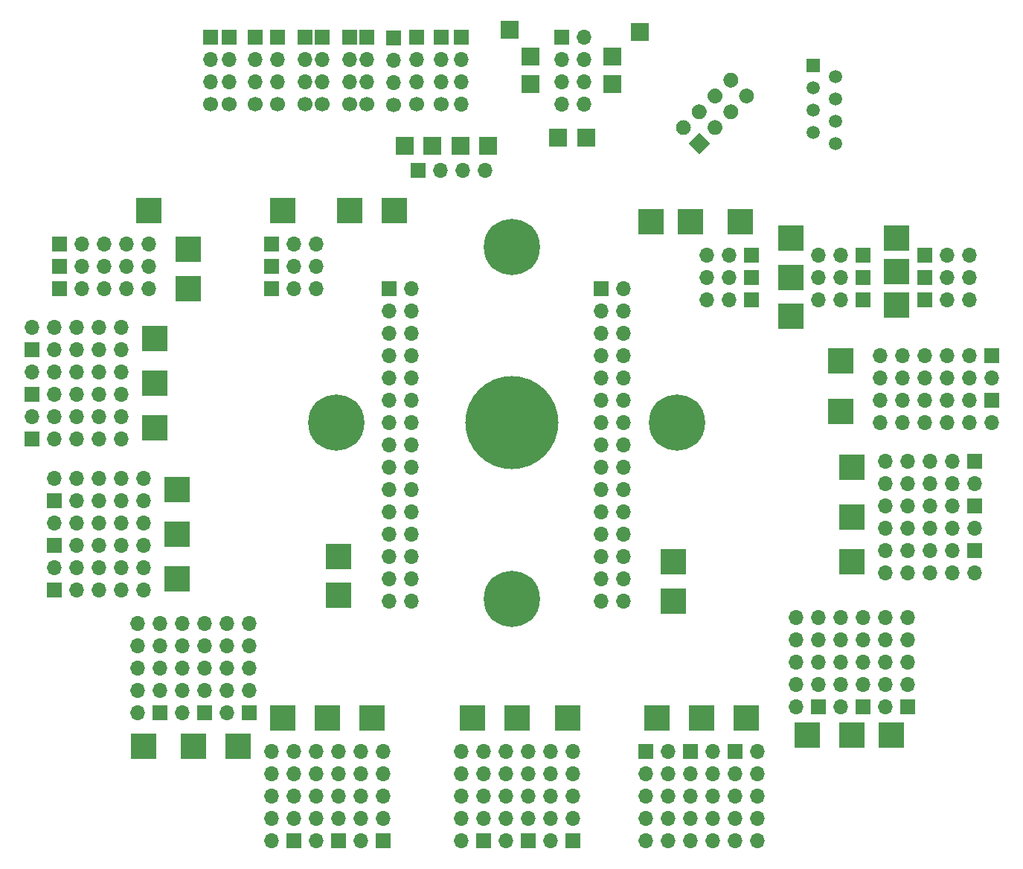
<source format=gbr>
%TF.GenerationSoftware,KiCad,Pcbnew,(5.1.9)-1*%
%TF.CreationDate,2021-04-12T23:12:51+02:00*%
%TF.ProjectId,Version1Female,56657273-696f-46e3-9146-656d616c652e,rev?*%
%TF.SameCoordinates,Original*%
%TF.FileFunction,Soldermask,Top*%
%TF.FilePolarity,Negative*%
%FSLAX46Y46*%
G04 Gerber Fmt 4.6, Leading zero omitted, Abs format (unit mm)*
G04 Created by KiCad (PCBNEW (5.1.9)-1) date 2021-04-12 23:12:51*
%MOMM*%
%LPD*%
G01*
G04 APERTURE LIST*
%ADD10R,1.700000X1.700000*%
%ADD11O,1.700000X1.700000*%
%ADD12C,1.700000*%
%ADD13C,0.100000*%
%ADD14R,3.000000X3.000000*%
%ADD15R,2.000000X2.000000*%
%ADD16C,6.400000*%
%ADD17C,1.500000*%
%ADD18R,1.500000X1.500000*%
%ADD19C,10.600000*%
G04 APERTURE END LIST*
D10*
%TO.C,J5*%
X126225000Y-47675000D03*
D11*
X126225000Y-50215000D03*
X126225000Y-52755000D03*
D12*
X126225000Y-55295000D03*
%TD*%
D10*
%TO.C,J17*%
X113030000Y-47625000D03*
D11*
X113030000Y-50165000D03*
X113030000Y-52705000D03*
D12*
X113030000Y-55245000D03*
%TD*%
D10*
%TO.C,J13*%
X121285000Y-47625000D03*
D11*
X121285000Y-50165000D03*
X121285000Y-52705000D03*
D12*
X121285000Y-55245000D03*
%TD*%
D10*
%TO.C,J11*%
X116205000Y-47625000D03*
D11*
X116205000Y-50165000D03*
X116205000Y-52705000D03*
D12*
X116205000Y-55245000D03*
%TD*%
D10*
%TO.C,J6*%
X123190000Y-47625000D03*
D11*
X123190000Y-50165000D03*
X123190000Y-52705000D03*
D12*
X123190000Y-55245000D03*
%TD*%
D10*
%TO.C,J16*%
X131690000Y-47625000D03*
D11*
X131690000Y-50165000D03*
X131690000Y-52705000D03*
D12*
X131690000Y-55245000D03*
%TD*%
D10*
%TO.C,J8*%
X105410000Y-47625000D03*
D11*
X105410000Y-50165000D03*
X105410000Y-52705000D03*
D12*
X105410000Y-55245000D03*
%TD*%
D10*
%TO.C,J14*%
X107560000Y-47625000D03*
D11*
X107560000Y-50165000D03*
X107560000Y-52705000D03*
D12*
X107560000Y-55245000D03*
%TD*%
D10*
%TO.C,J12*%
X128905000Y-47625000D03*
D11*
X128905000Y-50165000D03*
X128905000Y-52705000D03*
D12*
X128905000Y-55245000D03*
%TD*%
D10*
%TO.C,J9*%
X133985000Y-47625000D03*
D11*
X133985000Y-50165000D03*
X133985000Y-52705000D03*
X133985000Y-55245000D03*
%TD*%
D10*
%TO.C,J10*%
X110490000Y-47625000D03*
D11*
X110490000Y-50165000D03*
X110490000Y-52705000D03*
D12*
X110490000Y-55245000D03*
%TD*%
D10*
%TO.C,J4*%
X118110000Y-47625000D03*
D11*
X118110000Y-50165000D03*
X118110000Y-52705000D03*
D12*
X118110000Y-55245000D03*
%TD*%
D11*
%TO.C,J59*%
X147955000Y-55245000D03*
X145415000Y-55245000D03*
X147955000Y-52705000D03*
X145415000Y-52705000D03*
X147955000Y-50165000D03*
X145415000Y-50165000D03*
X147955000Y-47625000D03*
D10*
X145415000Y-47625000D03*
%TD*%
D13*
%TO.C,J58*%
G36*
X159833918Y-59690000D02*
G01*
X161036000Y-58487918D01*
X162238082Y-59690000D01*
X161036000Y-60892082D01*
X159833918Y-59690000D01*
G37*
G36*
G01*
X158638908Y-57292908D02*
X158638908Y-57292908D01*
G75*
G02*
X159840990Y-57292908I601041J-601041D01*
G01*
X159840990Y-57292908D01*
G75*
G02*
X159840990Y-58494990I-601041J-601041D01*
G01*
X159840990Y-58494990D01*
G75*
G02*
X158638908Y-58494990I-601041J601041D01*
G01*
X158638908Y-58494990D01*
G75*
G02*
X158638908Y-57292908I601041J601041D01*
G01*
G37*
G36*
G01*
X162231010Y-57292908D02*
X162231010Y-57292908D01*
G75*
G02*
X163433092Y-57292908I601041J-601041D01*
G01*
X163433092Y-57292908D01*
G75*
G02*
X163433092Y-58494990I-601041J-601041D01*
G01*
X163433092Y-58494990D01*
G75*
G02*
X162231010Y-58494990I-601041J601041D01*
G01*
X162231010Y-58494990D01*
G75*
G02*
X162231010Y-57292908I601041J601041D01*
G01*
G37*
G36*
G01*
X160434959Y-55496857D02*
X160434959Y-55496857D01*
G75*
G02*
X161637041Y-55496857I601041J-601041D01*
G01*
X161637041Y-55496857D01*
G75*
G02*
X161637041Y-56698939I-601041J-601041D01*
G01*
X161637041Y-56698939D01*
G75*
G02*
X160434959Y-56698939I-601041J601041D01*
G01*
X160434959Y-56698939D01*
G75*
G02*
X160434959Y-55496857I601041J601041D01*
G01*
G37*
G36*
G01*
X164027061Y-55496857D02*
X164027061Y-55496857D01*
G75*
G02*
X165229143Y-55496857I601041J-601041D01*
G01*
X165229143Y-55496857D01*
G75*
G02*
X165229143Y-56698939I-601041J-601041D01*
G01*
X165229143Y-56698939D01*
G75*
G02*
X164027061Y-56698939I-601041J601041D01*
G01*
X164027061Y-56698939D01*
G75*
G02*
X164027061Y-55496857I601041J601041D01*
G01*
G37*
G36*
G01*
X162231010Y-53700805D02*
X162231010Y-53700805D01*
G75*
G02*
X163433092Y-53700805I601041J-601041D01*
G01*
X163433092Y-53700805D01*
G75*
G02*
X163433092Y-54902887I-601041J-601041D01*
G01*
X163433092Y-54902887D01*
G75*
G02*
X162231010Y-54902887I-601041J601041D01*
G01*
X162231010Y-54902887D01*
G75*
G02*
X162231010Y-53700805I601041J601041D01*
G01*
G37*
G36*
G01*
X165823113Y-53700805D02*
X165823113Y-53700805D01*
G75*
G02*
X167025195Y-53700805I601041J-601041D01*
G01*
X167025195Y-53700805D01*
G75*
G02*
X167025195Y-54902887I-601041J-601041D01*
G01*
X167025195Y-54902887D01*
G75*
G02*
X165823113Y-54902887I-601041J601041D01*
G01*
X165823113Y-54902887D01*
G75*
G02*
X165823113Y-53700805I601041J601041D01*
G01*
G37*
G36*
G01*
X164027061Y-51904754D02*
X164027061Y-51904754D01*
G75*
G02*
X165229143Y-51904754I601041J-601041D01*
G01*
X165229143Y-51904754D01*
G75*
G02*
X165229143Y-53106836I-601041J-601041D01*
G01*
X165229143Y-53106836D01*
G75*
G02*
X164027061Y-53106836I-601041J601041D01*
G01*
X164027061Y-53106836D01*
G75*
G02*
X164027061Y-51904754I601041J601041D01*
G01*
G37*
%TD*%
D11*
%TO.C,J57*%
X191770000Y-77470000D03*
X189230000Y-77470000D03*
D10*
X186690000Y-77470000D03*
%TD*%
D11*
%TO.C,J56*%
X191770000Y-74930000D03*
X189230000Y-74930000D03*
D10*
X186690000Y-74930000D03*
%TD*%
D11*
%TO.C,J55*%
X167640000Y-139065000D03*
X165100000Y-139065000D03*
X167640000Y-136525000D03*
X165100000Y-136525000D03*
X167640000Y-133985000D03*
X165100000Y-133985000D03*
X167640000Y-131445000D03*
X165100000Y-131445000D03*
X167640000Y-128905000D03*
D10*
X165100000Y-128905000D03*
%TD*%
D11*
%TO.C,J54*%
X117475000Y-128905000D03*
X120015000Y-128905000D03*
X117475000Y-131445000D03*
X120015000Y-131445000D03*
X117475000Y-133985000D03*
X120015000Y-133985000D03*
X117475000Y-136525000D03*
X120015000Y-136525000D03*
X117475000Y-139065000D03*
D10*
X120015000Y-139065000D03*
%TD*%
D11*
%TO.C,J53*%
X112395000Y-128905000D03*
X114935000Y-128905000D03*
X112395000Y-131445000D03*
X114935000Y-131445000D03*
X112395000Y-133985000D03*
X114935000Y-133985000D03*
X112395000Y-136525000D03*
X114935000Y-136525000D03*
X112395000Y-139065000D03*
D10*
X114935000Y-139065000D03*
%TD*%
D11*
%TO.C,J52*%
X95250000Y-80645000D03*
X95250000Y-83185000D03*
X92710000Y-80645000D03*
X92710000Y-83185000D03*
X90170000Y-80645000D03*
X90170000Y-83185000D03*
X87630000Y-80645000D03*
X87630000Y-83185000D03*
X85090000Y-80645000D03*
D10*
X85090000Y-83185000D03*
%TD*%
D11*
%TO.C,J51*%
X95250000Y-85725000D03*
X95250000Y-88265000D03*
X92710000Y-85725000D03*
X92710000Y-88265000D03*
X90170000Y-85725000D03*
X90170000Y-88265000D03*
X87630000Y-85725000D03*
X87630000Y-88265000D03*
X85090000Y-85725000D03*
D10*
X85090000Y-88265000D03*
%TD*%
D11*
%TO.C,J50*%
X95250000Y-90805000D03*
X95250000Y-93345000D03*
X92710000Y-90805000D03*
X92710000Y-93345000D03*
X90170000Y-90805000D03*
X90170000Y-93345000D03*
X87630000Y-90805000D03*
X87630000Y-93345000D03*
X85090000Y-90805000D03*
D10*
X85090000Y-93345000D03*
%TD*%
D11*
%TO.C,J48*%
X97790000Y-97790000D03*
X97790000Y-100330000D03*
X95250000Y-97790000D03*
X95250000Y-100330000D03*
X92710000Y-97790000D03*
X92710000Y-100330000D03*
X90170000Y-97790000D03*
X90170000Y-100330000D03*
X87630000Y-97790000D03*
D10*
X87630000Y-100330000D03*
%TD*%
D11*
%TO.C,J47*%
X97790000Y-102870000D03*
X97790000Y-105410000D03*
X95250000Y-102870000D03*
X95250000Y-105410000D03*
X92710000Y-102870000D03*
X92710000Y-105410000D03*
X90170000Y-102870000D03*
X90170000Y-105410000D03*
X87630000Y-102870000D03*
D10*
X87630000Y-105410000D03*
%TD*%
D11*
%TO.C,J46*%
X97790000Y-107950000D03*
X97790000Y-110490000D03*
X95250000Y-107950000D03*
X95250000Y-110490000D03*
X92710000Y-107950000D03*
X92710000Y-110490000D03*
X90170000Y-107950000D03*
X90170000Y-110490000D03*
X87630000Y-107950000D03*
D10*
X87630000Y-110490000D03*
%TD*%
D11*
%TO.C,J45*%
X98425000Y-71120000D03*
X95885000Y-71120000D03*
X93345000Y-71120000D03*
X90805000Y-71120000D03*
D10*
X88265000Y-71120000D03*
%TD*%
D11*
%TO.C,J44*%
X107315000Y-114300000D03*
X109855000Y-114300000D03*
X107315000Y-116840000D03*
X109855000Y-116840000D03*
X107315000Y-119380000D03*
X109855000Y-119380000D03*
X107315000Y-121920000D03*
X109855000Y-121920000D03*
X107315000Y-124460000D03*
D10*
X109855000Y-124460000D03*
%TD*%
D11*
%TO.C,J43*%
X102235000Y-114300000D03*
X104775000Y-114300000D03*
X102235000Y-116840000D03*
X104775000Y-116840000D03*
X102235000Y-119380000D03*
X104775000Y-119380000D03*
X102235000Y-121920000D03*
X104775000Y-121920000D03*
X102235000Y-124460000D03*
D10*
X104775000Y-124460000D03*
%TD*%
D11*
%TO.C,J42*%
X97155000Y-114300000D03*
X99695000Y-114300000D03*
X97155000Y-116840000D03*
X99695000Y-116840000D03*
X97155000Y-119380000D03*
X99695000Y-119380000D03*
X97155000Y-121920000D03*
X99695000Y-121920000D03*
X97155000Y-124460000D03*
D10*
X99695000Y-124460000D03*
%TD*%
D11*
%TO.C,J41*%
X182245000Y-98425000D03*
X182245000Y-95885000D03*
X184785000Y-98425000D03*
X184785000Y-95885000D03*
X187325000Y-98425000D03*
X187325000Y-95885000D03*
X189865000Y-98425000D03*
X189865000Y-95885000D03*
X192405000Y-98425000D03*
D10*
X192405000Y-95885000D03*
%TD*%
D11*
%TO.C,J40*%
X182245000Y-103505000D03*
X182245000Y-100965000D03*
X184785000Y-103505000D03*
X184785000Y-100965000D03*
X187325000Y-103505000D03*
X187325000Y-100965000D03*
X189865000Y-103505000D03*
X189865000Y-100965000D03*
X192405000Y-103505000D03*
D10*
X192405000Y-100965000D03*
%TD*%
D11*
%TO.C,J39*%
X182245000Y-108585000D03*
X182245000Y-106045000D03*
X184785000Y-108585000D03*
X184785000Y-106045000D03*
X187325000Y-108585000D03*
X187325000Y-106045000D03*
X189865000Y-108585000D03*
X189865000Y-106045000D03*
X192405000Y-108585000D03*
D10*
X192405000Y-106045000D03*
%TD*%
D11*
%TO.C,J38*%
X182245000Y-113665000D03*
X184785000Y-113665000D03*
X182245000Y-116205000D03*
X184785000Y-116205000D03*
X182245000Y-118745000D03*
X184785000Y-118745000D03*
X182245000Y-121285000D03*
X184785000Y-121285000D03*
X182245000Y-123825000D03*
D10*
X184785000Y-123825000D03*
%TD*%
D11*
%TO.C,J37*%
X191770000Y-72390000D03*
X189230000Y-72390000D03*
D10*
X186690000Y-72390000D03*
%TD*%
%TO.C,J36*%
X179705000Y-72390000D03*
D11*
X177165000Y-72390000D03*
X174625000Y-72390000D03*
%TD*%
%TO.C,J35*%
X117475000Y-71120000D03*
X114935000Y-71120000D03*
D10*
X112395000Y-71120000D03*
%TD*%
D11*
%TO.C,J34*%
X161925000Y-72390000D03*
X164465000Y-72390000D03*
D10*
X167005000Y-72390000D03*
%TD*%
D11*
%TO.C,J33*%
X98425000Y-73660000D03*
X95885000Y-73660000D03*
X93345000Y-73660000D03*
X90805000Y-73660000D03*
D10*
X88265000Y-73660000D03*
%TD*%
D11*
%TO.C,J32*%
X177165000Y-113665000D03*
X179705000Y-113665000D03*
X177165000Y-116205000D03*
X179705000Y-116205000D03*
X177165000Y-118745000D03*
X179705000Y-118745000D03*
X177165000Y-121285000D03*
X179705000Y-121285000D03*
X177165000Y-123825000D03*
D10*
X179705000Y-123825000D03*
%TD*%
D11*
%TO.C,J31*%
X172085000Y-113665000D03*
X174625000Y-113665000D03*
X172085000Y-116205000D03*
X174625000Y-116205000D03*
X172085000Y-118745000D03*
X174625000Y-118745000D03*
X172085000Y-121285000D03*
X174625000Y-121285000D03*
X172085000Y-123825000D03*
D10*
X174625000Y-123825000D03*
%TD*%
D11*
%TO.C,J30*%
X162560000Y-139065000D03*
X160020000Y-139065000D03*
X162560000Y-136525000D03*
X160020000Y-136525000D03*
X162560000Y-133985000D03*
X160020000Y-133985000D03*
X162560000Y-131445000D03*
X160020000Y-131445000D03*
X162560000Y-128905000D03*
D10*
X160020000Y-128905000D03*
%TD*%
D11*
%TO.C,J29*%
X157480000Y-139065000D03*
X154940000Y-139065000D03*
X157480000Y-136525000D03*
X154940000Y-136525000D03*
X157480000Y-133985000D03*
X154940000Y-133985000D03*
X157480000Y-131445000D03*
X154940000Y-131445000D03*
X157480000Y-128905000D03*
D10*
X154940000Y-128905000D03*
%TD*%
D11*
%TO.C,J28*%
X144145000Y-128905000D03*
X146685000Y-128905000D03*
X144145000Y-131445000D03*
X146685000Y-131445000D03*
X144145000Y-133985000D03*
X146685000Y-133985000D03*
X144145000Y-136525000D03*
X146685000Y-136525000D03*
X144145000Y-139065000D03*
D10*
X146685000Y-139065000D03*
%TD*%
D11*
%TO.C,J27*%
X139065000Y-128905000D03*
X141605000Y-128905000D03*
X139065000Y-131445000D03*
X141605000Y-131445000D03*
X139065000Y-133985000D03*
X141605000Y-133985000D03*
X139065000Y-136525000D03*
X141605000Y-136525000D03*
X139065000Y-139065000D03*
D10*
X141605000Y-139065000D03*
%TD*%
D11*
%TO.C,J26*%
X133985000Y-128905000D03*
X136525000Y-128905000D03*
X133985000Y-131445000D03*
X136525000Y-131445000D03*
X133985000Y-133985000D03*
X136525000Y-133985000D03*
X133985000Y-136525000D03*
X136525000Y-136525000D03*
X133985000Y-139065000D03*
D10*
X136525000Y-139065000D03*
%TD*%
%TO.C,J25*%
X179705000Y-74930000D03*
D11*
X177165000Y-74930000D03*
X174625000Y-74930000D03*
%TD*%
%TO.C,J24*%
X117475000Y-73660000D03*
X114935000Y-73660000D03*
D10*
X112395000Y-73660000D03*
%TD*%
D11*
%TO.C,J23*%
X161925000Y-74930000D03*
X164465000Y-74930000D03*
D10*
X167005000Y-74930000D03*
%TD*%
D11*
%TO.C,J22*%
X98425000Y-76200000D03*
X95885000Y-76200000D03*
X93345000Y-76200000D03*
X90805000Y-76200000D03*
D10*
X88265000Y-76200000D03*
%TD*%
%TO.C,J21*%
X179705000Y-77470000D03*
D11*
X177165000Y-77470000D03*
X174625000Y-77470000D03*
%TD*%
%TO.C,J20*%
X117475000Y-76200000D03*
X114935000Y-76200000D03*
D10*
X112395000Y-76200000D03*
%TD*%
D11*
%TO.C,J19*%
X161925000Y-77470000D03*
X164465000Y-77470000D03*
D10*
X167005000Y-77470000D03*
%TD*%
D11*
%TO.C,J18*%
X122555000Y-128905000D03*
X125095000Y-128905000D03*
X122555000Y-131445000D03*
X125095000Y-131445000D03*
X122555000Y-133985000D03*
X125095000Y-133985000D03*
X122555000Y-136525000D03*
X125095000Y-136525000D03*
X122555000Y-139065000D03*
D10*
X125095000Y-139065000D03*
%TD*%
D11*
%TO.C,J15*%
X136652000Y-62738000D03*
X134112000Y-62738000D03*
X131572000Y-62738000D03*
D10*
X129032000Y-62738000D03*
%TD*%
D11*
%TO.C,J7*%
X181610000Y-91440000D03*
X181610000Y-88900000D03*
X184150000Y-91440000D03*
X184150000Y-88900000D03*
X186690000Y-91440000D03*
X186690000Y-88900000D03*
X189230000Y-91440000D03*
X189230000Y-88900000D03*
X191770000Y-91440000D03*
X191770000Y-88900000D03*
X194310000Y-91440000D03*
D10*
X194310000Y-88900000D03*
%TD*%
D11*
%TO.C,J3*%
X128270000Y-111760000D03*
X125730000Y-111760000D03*
X128270000Y-109220000D03*
X125730000Y-109220000D03*
X128270000Y-106680000D03*
X125730000Y-106680000D03*
X128270000Y-104140000D03*
X125730000Y-104140000D03*
X128270000Y-101600000D03*
X125730000Y-101600000D03*
X128270000Y-99060000D03*
X125730000Y-99060000D03*
X128270000Y-96520000D03*
X125730000Y-96520000D03*
X128270000Y-93980000D03*
X125730000Y-93980000D03*
X128270000Y-91440000D03*
X125730000Y-91440000D03*
X128270000Y-88900000D03*
X125730000Y-88900000D03*
X128270000Y-86360000D03*
X125730000Y-86360000D03*
X128270000Y-83820000D03*
X125730000Y-83820000D03*
X128270000Y-81280000D03*
X125730000Y-81280000D03*
X128270000Y-78740000D03*
X125730000Y-78740000D03*
X128270000Y-76200000D03*
D10*
X125730000Y-76200000D03*
%TD*%
D11*
%TO.C,J2*%
X181610000Y-86360000D03*
X181610000Y-83820000D03*
X184150000Y-86360000D03*
X184150000Y-83820000D03*
X186690000Y-86360000D03*
X186690000Y-83820000D03*
X189230000Y-86360000D03*
X189230000Y-83820000D03*
X191770000Y-86360000D03*
X191770000Y-83820000D03*
X194310000Y-86360000D03*
D10*
X194310000Y-83820000D03*
%TD*%
D11*
%TO.C,J1*%
X152400000Y-111760000D03*
X149860000Y-111760000D03*
X152400000Y-109220000D03*
X149860000Y-109220000D03*
X152400000Y-106680000D03*
X149860000Y-106680000D03*
X152400000Y-104140000D03*
X149860000Y-104140000D03*
X152400000Y-101600000D03*
X149860000Y-101600000D03*
X152400000Y-99060000D03*
X149860000Y-99060000D03*
X152400000Y-96520000D03*
X149860000Y-96520000D03*
X152400000Y-93980000D03*
X149860000Y-93980000D03*
X152400000Y-91440000D03*
X149860000Y-91440000D03*
X152400000Y-88900000D03*
X149860000Y-88900000D03*
X152400000Y-86360000D03*
X149860000Y-86360000D03*
X152400000Y-83820000D03*
X149860000Y-83820000D03*
X152400000Y-81280000D03*
X149860000Y-81280000D03*
X152400000Y-78740000D03*
X149860000Y-78740000D03*
X152400000Y-76200000D03*
D10*
X149860000Y-76200000D03*
%TD*%
D14*
%TO.C,TP43*%
X183515000Y-78105000D03*
%TD*%
%TO.C,TP42*%
X183515000Y-74295000D03*
%TD*%
%TO.C,TP41*%
X183515000Y-70485000D03*
%TD*%
%TO.C,TP40*%
X177165000Y-90170000D03*
%TD*%
%TO.C,TP39*%
X177165000Y-84455000D03*
%TD*%
%TO.C,TP38*%
X120015000Y-106680000D03*
%TD*%
%TO.C,TP38*%
X120015000Y-111125000D03*
%TD*%
%TO.C,TP37*%
X158115000Y-107315000D03*
%TD*%
%TO.C,TP37*%
X158115000Y-111760000D03*
%TD*%
%TO.C,TP36*%
X171450000Y-70485000D03*
%TD*%
%TO.C,TP35*%
X171450000Y-74930000D03*
%TD*%
%TO.C,TP34*%
X171450000Y-79375000D03*
%TD*%
%TO.C,TP33*%
X113665000Y-67310000D03*
%TD*%
%TO.C,TP32*%
X121285000Y-67310000D03*
%TD*%
%TO.C,TP31*%
X126365000Y-67310000D03*
%TD*%
%TO.C,TP30*%
X165735000Y-68580000D03*
%TD*%
%TO.C,TP29*%
X160020000Y-68580000D03*
%TD*%
%TO.C,TP28*%
X155575000Y-68580000D03*
%TD*%
%TO.C,TP27*%
X98425000Y-67310000D03*
%TD*%
%TO.C,TP26*%
X102870000Y-71755000D03*
%TD*%
%TO.C,TP25*%
X102870000Y-76200000D03*
%TD*%
%TO.C,TP24*%
X99060000Y-81915000D03*
%TD*%
%TO.C,TP23*%
X99060000Y-86995000D03*
%TD*%
%TO.C,TP22*%
X99060000Y-92075000D03*
%TD*%
%TO.C,TP21*%
X101600000Y-99060000D03*
%TD*%
%TO.C,TP20*%
X101600000Y-104140000D03*
%TD*%
%TO.C,TP19*%
X101600000Y-109220000D03*
%TD*%
%TO.C,TP18*%
X108585000Y-128270000D03*
%TD*%
%TO.C,TP17*%
X103505000Y-128270000D03*
%TD*%
%TO.C,TP16*%
X97790000Y-128270000D03*
%TD*%
%TO.C,TP15*%
X178435000Y-96520000D03*
%TD*%
%TO.C,TP14*%
X178435000Y-102235000D03*
%TD*%
%TO.C,TP13*%
X178435000Y-107315000D03*
%TD*%
%TO.C,TP12*%
X182880000Y-127000000D03*
%TD*%
%TO.C,TP11*%
X178435000Y-127000000D03*
%TD*%
%TO.C,TP10*%
X173355000Y-127000000D03*
%TD*%
%TO.C,TP9*%
X166370000Y-125095000D03*
%TD*%
%TO.C,TP8*%
X161290000Y-125095000D03*
%TD*%
%TO.C,TP7*%
X156210000Y-125095000D03*
%TD*%
%TO.C,TP6*%
X146050000Y-125095000D03*
%TD*%
%TO.C,TP5*%
X140335000Y-125095000D03*
%TD*%
%TO.C,TP4*%
X135255000Y-125095000D03*
%TD*%
%TO.C,TP3*%
X123825000Y-125095000D03*
%TD*%
%TO.C,TP2*%
X118745000Y-125095000D03*
%TD*%
%TO.C,TP1*%
X113665000Y-125095000D03*
%TD*%
D15*
%TO.C,TP44*%
X137033000Y-59944000D03*
%TD*%
D16*
%TO.C,REF\u002A\u002A*%
X139750000Y-71500000D03*
%TD*%
%TO.C,REF\u002A\u002A*%
X119750000Y-91500000D03*
%TD*%
%TO.C,REF\u002A\u002A*%
X139750000Y-111500000D03*
%TD*%
%TO.C,REF\u002A\u002A*%
X158500000Y-91500000D03*
%TD*%
D17*
%TO.C,J49*%
X176530000Y-57150000D03*
X176530000Y-59690000D03*
X176530000Y-52070000D03*
D18*
X173990000Y-50800000D03*
D17*
X173990000Y-58420000D03*
X176530000Y-54610000D03*
X173990000Y-55880000D03*
X173990000Y-53340000D03*
%TD*%
D19*
%TO.C,REF\u002A\u002A*%
X139750000Y-91500000D03*
%TD*%
D15*
%TO.C,TP55*%
X139446000Y-46736000D03*
%TD*%
%TO.C,TP54*%
X144992757Y-59070483D03*
%TD*%
%TO.C,TP53*%
X148167757Y-59070483D03*
%TD*%
%TO.C,TP52*%
X141859000Y-49784000D03*
%TD*%
%TO.C,TP51*%
X141859000Y-52959000D03*
%TD*%
%TO.C,TP50*%
X151130000Y-52959000D03*
%TD*%
%TO.C,TP49*%
X151130000Y-49784000D03*
%TD*%
%TO.C,TP48*%
X154305000Y-46990000D03*
%TD*%
%TO.C,TP47*%
X127508000Y-59944000D03*
%TD*%
%TO.C,TP46*%
X130683000Y-59944000D03*
%TD*%
%TO.C,TP45*%
X133858000Y-59944000D03*
%TD*%
M02*

</source>
